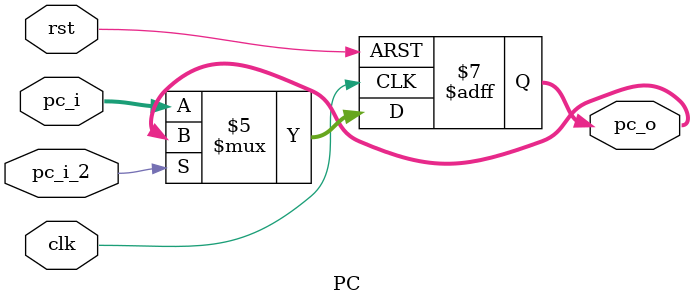
<source format=v>
module PC (
    input clk,
    input rst,
    input [31:0] pc_i,
    input pc_i_2,
    output reg [31:0] pc_o
);

    // TODO: implement your program counter here
    always @ (posedge clk, negedge rst) begin
        if (rst == 1'b0)
            pc_o <= 32'h0;
        else if(pc_i_2==1'b1) begin
            //no action
        end
        else
            pc_o <= pc_i;
    
    end

endmodule


</source>
